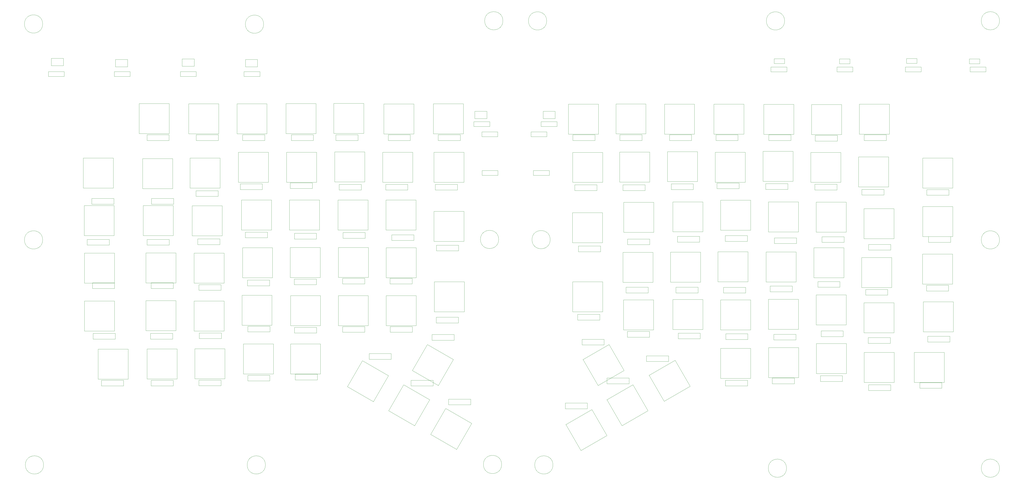
<source format=gbr>
%TF.GenerationSoftware,KiCad,Pcbnew,7.0.1-3b83917a11~172~ubuntu22.04.1*%
%TF.CreationDate,2023-03-31T12:58:08+02:00*%
%TF.ProjectId,Europe-ergo,4575726f-7065-42d6-9572-676f2e6b6963,rev?*%
%TF.SameCoordinates,Original*%
%TF.FileFunction,Other,User*%
%FSLAX46Y46*%
G04 Gerber Fmt 4.6, Leading zero omitted, Abs format (unit mm)*
G04 Created by KiCad (PCBNEW 7.0.1-3b83917a11~172~ubuntu22.04.1) date 2023-03-31 12:58:08*
%MOMM*%
%LPD*%
G01*
G04 APERTURE LIST*
%ADD10C,0.050000*%
G04 APERTURE END LIST*
D10*
%TO.C,D85*%
X425810000Y-170510000D02*
X425810000Y-173010000D01*
X425810000Y-173010000D02*
X435530000Y-173010000D01*
X435530000Y-170510000D02*
X425810000Y-170510000D01*
X435530000Y-173010000D02*
X435530000Y-170510000D01*
%TO.C,D90*%
X152140000Y-190750000D02*
X152140000Y-193250000D01*
X152140000Y-193250000D02*
X161860000Y-193250000D01*
X161860000Y-190750000D02*
X152140000Y-190750000D01*
X161860000Y-193250000D02*
X161860000Y-190750000D01*
%TO.C,D92*%
X266330000Y-190750000D02*
X266330000Y-193250000D01*
X266330000Y-193250000D02*
X276050000Y-193250000D01*
X276050000Y-190750000D02*
X266330000Y-190750000D01*
X276050000Y-193250000D02*
X276050000Y-190750000D01*
%TO.C,H13*%
X306750000Y-32600000D02*
G75*
G03*
X306750000Y-32600000I-4000000J0D01*
G01*
%TO.C,D3*%
X192350000Y-82750000D02*
X192350000Y-85250000D01*
X192350000Y-85250000D02*
X202070000Y-85250000D01*
X202070000Y-82750000D02*
X192350000Y-82750000D01*
X202070000Y-85250000D02*
X202070000Y-82750000D01*
%TO.C,D22*%
X191310000Y-104350000D02*
X191310000Y-106850000D01*
X191310000Y-106850000D02*
X201030000Y-106850000D01*
X201030000Y-104350000D02*
X191310000Y-104350000D01*
X201030000Y-106850000D02*
X201030000Y-104350000D01*
%TO.C,SW41*%
X337300000Y-130220000D02*
X337300000Y-117020000D01*
X350500000Y-130220000D02*
X337300000Y-130220000D01*
X337300000Y-117020000D02*
X350500000Y-117020000D01*
X350500000Y-117020000D02*
X350500000Y-130220000D01*
%TO.C,SW64*%
X149820000Y-155680000D02*
X163020000Y-155680000D01*
X149820000Y-168880000D02*
X149820000Y-155680000D01*
X163020000Y-155680000D02*
X163020000Y-168880000D01*
X163020000Y-168880000D02*
X149820000Y-168880000D01*
%TO.C,SW48*%
X491255000Y-114280000D02*
X504455000Y-114280000D01*
X491255000Y-127480000D02*
X491255000Y-114280000D01*
X504455000Y-114280000D02*
X504455000Y-127480000D01*
X504455000Y-127480000D02*
X491255000Y-127480000D01*
%TO.C,D95*%
X352500000Y-189750000D02*
X352500000Y-192250000D01*
X352500000Y-192250000D02*
X362220000Y-192250000D01*
X362220000Y-189750000D02*
X352500000Y-189750000D01*
X362220000Y-192250000D02*
X362220000Y-189750000D01*
%TO.C,D94*%
X334140000Y-200750000D02*
X334140000Y-203250000D01*
X334140000Y-203250000D02*
X343860000Y-203250000D01*
X343860000Y-200750000D02*
X334140000Y-200750000D01*
X343860000Y-203250000D02*
X343860000Y-200750000D01*
%TO.C,H6*%
X525000000Y-32600000D02*
G75*
G03*
X525000000Y-32600000I-4000000J0D01*
G01*
%TO.C,D42*%
X511730000Y-49390000D02*
X511730000Y-51490000D01*
X511730000Y-51490000D02*
X516320000Y-51490000D01*
X516320000Y-49390000D02*
X511730000Y-49390000D01*
X516320000Y-51490000D02*
X516320000Y-49390000D01*
%TO.C,SW45*%
X423400000Y-112280000D02*
X436600000Y-112280000D01*
X423400000Y-125480000D02*
X423400000Y-112280000D01*
X436600000Y-112280000D02*
X436600000Y-125480000D01*
X436600000Y-125480000D02*
X423400000Y-125480000D01*
%TO.C,SW76*%
X402400000Y-155360000D02*
X415600000Y-155360000D01*
X402400000Y-168560000D02*
X402400000Y-155360000D01*
X415600000Y-155360000D02*
X415600000Y-168560000D01*
X415600000Y-168560000D02*
X402400000Y-168560000D01*
%TO.C,D55*%
X404470000Y-127110000D02*
X404470000Y-129610000D01*
X404470000Y-129610000D02*
X414190000Y-129610000D01*
X414190000Y-127110000D02*
X404470000Y-127110000D01*
X414190000Y-129610000D02*
X414190000Y-127110000D01*
%TO.C,D72*%
X151910000Y-170130000D02*
X151910000Y-172630000D01*
X151910000Y-172630000D02*
X161630000Y-172630000D01*
X161630000Y-170130000D02*
X151910000Y-170130000D01*
X161630000Y-172630000D02*
X161630000Y-170130000D01*
%TO.C,SW83*%
X171400000Y-176900000D02*
X184600000Y-176900000D01*
X171400000Y-190100000D02*
X171400000Y-176900000D01*
X184600000Y-176900000D02*
X184600000Y-190100000D01*
X184600000Y-190100000D02*
X171400000Y-190100000D01*
%TO.C,D44*%
X339950000Y-131670000D02*
X339950000Y-134170000D01*
X339950000Y-134170000D02*
X349670000Y-134170000D01*
X349670000Y-131670000D02*
X339950000Y-131670000D01*
X349670000Y-134170000D02*
X349670000Y-131670000D01*
%TO.C,SW62*%
X491155000Y-135200000D02*
X504355000Y-135200000D01*
X491155000Y-148400000D02*
X491155000Y-135200000D01*
X504355000Y-135200000D02*
X504355000Y-148400000D01*
X504355000Y-148400000D02*
X491155000Y-148400000D01*
%TO.C,R2*%
X135970000Y-54950000D02*
X135970000Y-57050000D01*
X135970000Y-57050000D02*
X142950000Y-57050000D01*
X142950000Y-54950000D02*
X135970000Y-54950000D01*
X142950000Y-57050000D02*
X142950000Y-54950000D01*
%TO.C,SW47*%
X465400000Y-115240000D02*
X478600000Y-115240000D01*
X465400000Y-128440000D02*
X465400000Y-115240000D01*
X478600000Y-115240000D02*
X478600000Y-128440000D01*
X478600000Y-128440000D02*
X465400000Y-128440000D01*
%TO.C,H5*%
X104900000Y-228000000D02*
G75*
G03*
X104900000Y-228000000I-4000000J0D01*
G01*
%TO.C,SW91*%
X370984228Y-188584241D02*
X382415763Y-181984241D01*
X377584228Y-200015777D02*
X370984228Y-188584241D01*
X382415763Y-181984241D02*
X389015763Y-193415777D01*
X389015763Y-193415777D02*
X377584228Y-200015777D01*
%TO.C,SW75*%
X381400000Y-155200000D02*
X394600000Y-155200000D01*
X381400000Y-168400000D02*
X381400000Y-155200000D01*
X394600000Y-155200000D02*
X394600000Y-168400000D01*
X394600000Y-168400000D02*
X381400000Y-168400000D01*
%TO.C,H1*%
X104500000Y-34000000D02*
G75*
G03*
X104500000Y-34000000I-4000000J0D01*
G01*
%TO.C,R14*%
X297510000Y-81450000D02*
X297510000Y-83550000D01*
X297510000Y-83550000D02*
X304490000Y-83550000D01*
X304490000Y-81450000D02*
X297510000Y-81450000D01*
X304490000Y-83550000D02*
X304490000Y-81450000D01*
%TO.C,SW40*%
X276400000Y-129600000D02*
X276400000Y-116400000D01*
X289600000Y-129600000D02*
X276400000Y-129600000D01*
X276400000Y-116400000D02*
X289600000Y-116400000D01*
X289600000Y-116400000D02*
X289600000Y-129600000D01*
%TO.C,D34*%
X150350000Y-128750000D02*
X150350000Y-131250000D01*
X150350000Y-131250000D02*
X160070000Y-131250000D01*
X160070000Y-128750000D02*
X150350000Y-128750000D01*
X160070000Y-131250000D02*
X160070000Y-128750000D01*
%TO.C,SW61*%
X464400000Y-136780000D02*
X477600000Y-136780000D01*
X464400000Y-149980000D02*
X464400000Y-136780000D01*
X477600000Y-136780000D02*
X477600000Y-149980000D01*
X477600000Y-149980000D02*
X464400000Y-149980000D01*
%TO.C,R3*%
X171950000Y-57050000D02*
X171950000Y-54950000D01*
X171950000Y-54950000D02*
X164970000Y-54950000D01*
X164970000Y-57050000D02*
X171950000Y-57050000D01*
X164970000Y-54950000D02*
X164970000Y-57050000D01*
%TO.C,D49*%
X172640000Y-128550000D02*
X172640000Y-131050000D01*
X172640000Y-131050000D02*
X182360000Y-131050000D01*
X182360000Y-128550000D02*
X172640000Y-128550000D01*
X182360000Y-131050000D02*
X182360000Y-128550000D01*
%TO.C,SW13*%
X442400000Y-69400000D02*
X455600000Y-69400000D01*
X442400000Y-82600000D02*
X442400000Y-69400000D01*
X455600000Y-69400000D02*
X455600000Y-82600000D01*
X455600000Y-82600000D02*
X442400000Y-82600000D01*
%TO.C,SW39*%
X255320000Y-111400000D02*
X268520000Y-111400000D01*
X255320000Y-124600000D02*
X255320000Y-111400000D01*
X268520000Y-111400000D02*
X268520000Y-124600000D01*
X268520000Y-124600000D02*
X255320000Y-124600000D01*
%TO.C,SW36*%
X191820000Y-111400000D02*
X205020000Y-111400000D01*
X191820000Y-124600000D02*
X191820000Y-111400000D01*
X205020000Y-111400000D02*
X205020000Y-124600000D01*
X205020000Y-124600000D02*
X191820000Y-124600000D01*
%TO.C,H16*%
X431400000Y-229450000D02*
G75*
G03*
X431400000Y-229450000I-4000000J0D01*
G01*
%TO.C,D83*%
X383750000Y-170010000D02*
X383750000Y-172510000D01*
X383750000Y-172510000D02*
X393470000Y-172510000D01*
X393470000Y-170010000D02*
X383750000Y-170010000D01*
X393470000Y-172510000D02*
X393470000Y-170010000D01*
%TO.C,D102*%
X194610000Y-188550000D02*
X194610000Y-191050000D01*
X194610000Y-191050000D02*
X204330000Y-191050000D01*
X204330000Y-188550000D02*
X194610000Y-188550000D01*
X204330000Y-191050000D02*
X204330000Y-188550000D01*
%TO.C,D5*%
X278330000Y-82750000D02*
X278330000Y-85250000D01*
X278330000Y-85250000D02*
X288050000Y-85250000D01*
X288050000Y-82750000D02*
X278330000Y-82750000D01*
X288050000Y-85250000D02*
X288050000Y-82750000D01*
%TO.C,SW29*%
X421070000Y-90010000D02*
X434270000Y-90010000D01*
X421070000Y-103210000D02*
X421070000Y-90010000D01*
X434270000Y-90010000D02*
X434270000Y-103210000D01*
X434270000Y-103210000D02*
X421070000Y-103210000D01*
%TO.C,D65*%
X194460000Y-146650000D02*
X194460000Y-149150000D01*
X194460000Y-149150000D02*
X204180000Y-149150000D01*
X204180000Y-146650000D02*
X194460000Y-146650000D01*
X204180000Y-149150000D02*
X204180000Y-146650000D01*
%TO.C,SW58*%
X401210000Y-134240000D02*
X414410000Y-134240000D01*
X401210000Y-147440000D02*
X401210000Y-134240000D01*
X414410000Y-134240000D02*
X414410000Y-147440000D01*
X414410000Y-147440000D02*
X401210000Y-147440000D01*
%TO.C,SW60*%
X443400000Y-132440000D02*
X456600000Y-132440000D01*
X443400000Y-145640000D02*
X443400000Y-132440000D01*
X456600000Y-132440000D02*
X456600000Y-145640000D01*
X456600000Y-145640000D02*
X443400000Y-145640000D01*
%TO.C,D99*%
X173150000Y-190650000D02*
X173150000Y-193150000D01*
X173150000Y-193150000D02*
X182870000Y-193150000D01*
X182870000Y-190650000D02*
X173150000Y-190650000D01*
X182870000Y-193150000D02*
X182870000Y-190650000D01*
%TO.C,SW84*%
X192680000Y-174800000D02*
X205880000Y-174800000D01*
X192680000Y-188000000D02*
X192680000Y-174800000D01*
X205880000Y-174800000D02*
X205880000Y-188000000D01*
X205880000Y-188000000D02*
X192680000Y-188000000D01*
%TO.C,H2*%
X525000000Y-229450000D02*
G75*
G03*
X525000000Y-229450000I-4000000J0D01*
G01*
%TO.C,SW6*%
X254400000Y-69200000D02*
X267600000Y-69200000D01*
X254400000Y-82400000D02*
X254400000Y-69200000D01*
X267600000Y-69200000D02*
X267600000Y-82400000D01*
X267600000Y-82400000D02*
X254400000Y-82400000D01*
%TO.C,D50*%
X361500000Y-128590000D02*
X361500000Y-131090000D01*
X361500000Y-131090000D02*
X371220000Y-131090000D01*
X371220000Y-128590000D02*
X361500000Y-128590000D01*
X371220000Y-131090000D02*
X371220000Y-128590000D01*
%TO.C,D38*%
X294400000Y-72400000D02*
X294400000Y-75600000D01*
X294400000Y-75600000D02*
X299690000Y-75600000D01*
X299690000Y-72400000D02*
X294400000Y-72400000D01*
X299690000Y-75600000D02*
X299690000Y-72400000D01*
%TO.C,SW50*%
X149830000Y-134700000D02*
X163030000Y-134700000D01*
X149830000Y-147900000D02*
X149830000Y-134700000D01*
X163030000Y-134700000D02*
X163030000Y-147900000D01*
X163030000Y-147900000D02*
X149830000Y-147900000D01*
%TO.C,D48*%
X257870000Y-126750000D02*
X257870000Y-129250000D01*
X257870000Y-129250000D02*
X267590000Y-129250000D01*
X267590000Y-126750000D02*
X257870000Y-126750000D01*
X267590000Y-129250000D02*
X267590000Y-126750000D01*
%TO.C,SW46*%
X444400000Y-112380000D02*
X457600000Y-112380000D01*
X444400000Y-125580000D02*
X444400000Y-112380000D01*
X457600000Y-112380000D02*
X457600000Y-125580000D01*
X457600000Y-125580000D02*
X444400000Y-125580000D01*
%TO.C,D16*%
X152330000Y-110750000D02*
X152330000Y-113250000D01*
X152330000Y-113250000D02*
X162050000Y-113250000D01*
X162050000Y-110750000D02*
X152330000Y-110750000D01*
X162050000Y-113250000D02*
X162050000Y-110750000D01*
%TO.C,D80*%
X194650000Y-166930000D02*
X194650000Y-169430000D01*
X194650000Y-169430000D02*
X204370000Y-169430000D01*
X204370000Y-166930000D02*
X194650000Y-166930000D01*
X204370000Y-169430000D02*
X204370000Y-166930000D01*
%TO.C,R6*%
X424520000Y-52950000D02*
X424520000Y-55050000D01*
X424520000Y-55050000D02*
X431500000Y-55050000D01*
X431500000Y-52950000D02*
X424520000Y-52950000D01*
X431500000Y-55050000D02*
X431500000Y-52950000D01*
%TO.C,SW96*%
X487470000Y-178480000D02*
X500670000Y-178480000D01*
X487470000Y-191680000D02*
X487470000Y-178480000D01*
X500670000Y-178480000D02*
X500670000Y-191680000D01*
X500670000Y-191680000D02*
X487470000Y-191680000D01*
%TO.C,D93*%
X282839600Y-199034700D02*
X282839600Y-201534700D01*
X282839600Y-201534700D02*
X292559600Y-201534700D01*
X292559600Y-199034700D02*
X282839600Y-199034700D01*
X292559600Y-201534700D02*
X292559600Y-199034700D01*
%TO.C,D23*%
X213250000Y-103890000D02*
X213250000Y-106390000D01*
X213250000Y-106390000D02*
X222970000Y-106390000D01*
X222970000Y-103890000D02*
X213250000Y-103890000D01*
X222970000Y-106390000D02*
X222970000Y-103890000D01*
%TO.C,SW44*%
X402400000Y-111500000D02*
X415600000Y-111500000D01*
X402400000Y-124700000D02*
X402400000Y-111500000D01*
X415600000Y-111500000D02*
X415600000Y-124700000D01*
X415600000Y-124700000D02*
X402400000Y-124700000D01*
%TO.C,D18*%
X338360000Y-104755000D02*
X338360000Y-107255000D01*
X338360000Y-107255000D02*
X348080000Y-107255000D01*
X348080000Y-104755000D02*
X338360000Y-104755000D01*
X348080000Y-107255000D02*
X348080000Y-104755000D01*
%TO.C,SW34*%
X148700000Y-113900000D02*
X161900000Y-113900000D01*
X148700000Y-127100000D02*
X148700000Y-113900000D01*
X161900000Y-113900000D02*
X161900000Y-127100000D01*
X161900000Y-127100000D02*
X148700000Y-127100000D01*
%TO.C,SW22*%
X232800000Y-90300000D02*
X246000000Y-90300000D01*
X232800000Y-103500000D02*
X232800000Y-90300000D01*
X246000000Y-90300000D02*
X246000000Y-103500000D01*
X246000000Y-103500000D02*
X232800000Y-103500000D01*
%TO.C,SW18*%
X148400000Y-93200000D02*
X161600000Y-93200000D01*
X148400000Y-106400000D02*
X148400000Y-93200000D01*
X161600000Y-93200000D02*
X161600000Y-106400000D01*
X161600000Y-106400000D02*
X148400000Y-106400000D01*
%TO.C,D57*%
X126360000Y-147850000D02*
X126360000Y-150350000D01*
X126360000Y-150350000D02*
X136080000Y-150350000D01*
X136080000Y-147850000D02*
X126360000Y-147850000D01*
X136080000Y-150350000D02*
X136080000Y-147850000D01*
%TO.C,SW80*%
X491455000Y-156200000D02*
X504655000Y-156200000D01*
X491455000Y-169400000D02*
X491455000Y-156200000D01*
X504655000Y-156200000D02*
X504655000Y-169400000D01*
X504655000Y-169400000D02*
X491455000Y-169400000D01*
%TO.C,SW17*%
X122360000Y-93000000D02*
X135560000Y-93000000D01*
X122360000Y-106200000D02*
X122360000Y-93000000D01*
X135560000Y-93000000D02*
X135560000Y-106200000D01*
X135560000Y-106200000D02*
X122360000Y-106200000D01*
%TO.C,D59*%
X466140000Y-150790000D02*
X466140000Y-153290000D01*
X466140000Y-153290000D02*
X475860000Y-153290000D01*
X475860000Y-150790000D02*
X466140000Y-150790000D01*
X475860000Y-153290000D02*
X475860000Y-150790000D01*
%TO.C,SW2*%
X168660000Y-69100000D02*
X181860000Y-69100000D01*
X168660000Y-82300000D02*
X168660000Y-69100000D01*
X181860000Y-69100000D02*
X181860000Y-82300000D01*
X181860000Y-82300000D02*
X168660000Y-82300000D01*
%TO.C,D62*%
X236340000Y-145850000D02*
X236340000Y-148350000D01*
X236340000Y-148350000D02*
X246060000Y-148350000D01*
X246060000Y-145850000D02*
X236340000Y-145850000D01*
X246060000Y-148350000D02*
X246060000Y-145850000D01*
%TO.C,D88*%
X361470000Y-169275000D02*
X361470000Y-171775000D01*
X361470000Y-171775000D02*
X371190000Y-171775000D01*
X371190000Y-169275000D02*
X361470000Y-169275000D01*
X371190000Y-171775000D02*
X371190000Y-169275000D01*
%TO.C,SW42*%
X359830000Y-112480000D02*
X373030000Y-112480000D01*
X359830000Y-125680000D02*
X359830000Y-112480000D01*
X373030000Y-112480000D02*
X373030000Y-125680000D01*
X373030000Y-125680000D02*
X359830000Y-125680000D01*
%TO.C,D47*%
X236490000Y-125750000D02*
X236490000Y-128250000D01*
X236490000Y-128250000D02*
X246210000Y-128250000D01*
X246210000Y-125750000D02*
X236490000Y-125750000D01*
X246210000Y-128250000D02*
X246210000Y-125750000D01*
%TO.C,D15*%
X126060000Y-110750000D02*
X126060000Y-113250000D01*
X126060000Y-113250000D02*
X135780000Y-113250000D01*
X135780000Y-110750000D02*
X126060000Y-110750000D01*
X135780000Y-113250000D02*
X135780000Y-110750000D01*
%TO.C,D71*%
X126650000Y-170130000D02*
X126650000Y-172630000D01*
X126650000Y-172630000D02*
X136370000Y-172630000D01*
X136370000Y-170130000D02*
X126650000Y-170130000D01*
X136370000Y-172630000D02*
X136370000Y-170130000D01*
%TO.C,R8*%
X490580000Y-55050000D02*
X490580000Y-52950000D01*
X490580000Y-52950000D02*
X483600000Y-52950000D01*
X483600000Y-55050000D02*
X490580000Y-55050000D01*
X483600000Y-52950000D02*
X483600000Y-55050000D01*
%TO.C,D52*%
X193580000Y-125550000D02*
X193580000Y-128050000D01*
X193580000Y-128050000D02*
X203300000Y-128050000D01*
X203300000Y-125550000D02*
X193580000Y-125550000D01*
X203300000Y-128050000D02*
X203300000Y-125550000D01*
%TO.C,SW9*%
X356400000Y-69140000D02*
X369600000Y-69140000D01*
X356400000Y-82340000D02*
X356400000Y-69140000D01*
X369600000Y-69140000D02*
X369600000Y-82340000D01*
X369600000Y-82340000D02*
X356400000Y-82340000D01*
%TO.C,D20*%
X492995000Y-106815000D02*
X492995000Y-109315000D01*
X492995000Y-109315000D02*
X502715000Y-109315000D01*
X502715000Y-106815000D02*
X492995000Y-106815000D01*
X502715000Y-109315000D02*
X502715000Y-106815000D01*
%TO.C,SW19*%
X169210000Y-92940000D02*
X182410000Y-92940000D01*
X169210000Y-106140000D02*
X169210000Y-92940000D01*
X182410000Y-92940000D02*
X182410000Y-106140000D01*
X182410000Y-106140000D02*
X169210000Y-106140000D01*
%TO.C,H10*%
X326000000Y-32650000D02*
G75*
G03*
X326000000Y-32650000I-4000000J0D01*
G01*
%TO.C,D66*%
X360880000Y-149790000D02*
X360880000Y-152290000D01*
X360880000Y-152290000D02*
X370600000Y-152290000D01*
X370600000Y-149790000D02*
X360880000Y-149790000D01*
X370600000Y-152290000D02*
X370600000Y-149790000D01*
%TO.C,D67*%
X382750000Y-149790000D02*
X382750000Y-152290000D01*
X382750000Y-152290000D02*
X392470000Y-152290000D01*
X392470000Y-149790000D02*
X382750000Y-149790000D01*
X392470000Y-152290000D02*
X392470000Y-149790000D01*
%TO.C,D104*%
X425120000Y-189750000D02*
X425120000Y-192250000D01*
X425120000Y-192250000D02*
X434840000Y-192250000D01*
X434840000Y-189750000D02*
X425120000Y-189750000D01*
X434840000Y-192250000D02*
X434840000Y-189750000D01*
%TO.C,SW70*%
X276580000Y-160600000D02*
X276580000Y-147400000D01*
X289780000Y-160600000D02*
X276580000Y-160600000D01*
X276580000Y-147400000D02*
X289780000Y-147400000D01*
X289780000Y-147400000D02*
X289780000Y-160600000D01*
%TO.C,D73*%
X277470000Y-163030000D02*
X277470000Y-165530000D01*
X277470000Y-165530000D02*
X287190000Y-165530000D01*
X287190000Y-163030000D02*
X277470000Y-163030000D01*
X287190000Y-165530000D02*
X287190000Y-163030000D01*
%TO.C,D86*%
X446570000Y-169010000D02*
X446570000Y-171510000D01*
X446570000Y-171510000D02*
X456290000Y-171510000D01*
X456290000Y-169010000D02*
X446570000Y-169010000D01*
X456290000Y-171510000D02*
X456290000Y-169010000D01*
%TO.C,SW11*%
X399480000Y-69260000D02*
X412680000Y-69260000D01*
X399480000Y-82460000D02*
X399480000Y-69260000D01*
X412680000Y-69260000D02*
X412680000Y-82460000D01*
X412680000Y-82460000D02*
X399480000Y-82460000D01*
%TO.C,D28*%
X400810000Y-103975000D02*
X400810000Y-106475000D01*
X400810000Y-106475000D02*
X410530000Y-106475000D01*
X410530000Y-103975000D02*
X400810000Y-103975000D01*
X410530000Y-106475000D02*
X410530000Y-103975000D01*
%TO.C,R1*%
X106970000Y-54950000D02*
X106970000Y-57050000D01*
X106970000Y-57050000D02*
X113950000Y-57050000D01*
X113950000Y-54950000D02*
X106970000Y-54950000D01*
X113950000Y-57050000D02*
X113950000Y-54950000D01*
%TO.C,SW89*%
X334394228Y-210244241D02*
X345825763Y-203644241D01*
X340994228Y-221675777D02*
X334394228Y-210244241D01*
X345825763Y-203644241D02*
X352425763Y-215075777D01*
X352425763Y-215075777D02*
X340994228Y-221675777D01*
%TO.C,D40*%
X454614700Y-49390000D02*
X454614700Y-51490000D01*
X454614700Y-51490000D02*
X459204700Y-51490000D01*
X459204700Y-49390000D02*
X454614700Y-49390000D01*
X459204700Y-51490000D02*
X459204700Y-49390000D01*
%TO.C,SW94*%
X444470000Y-174580000D02*
X457670000Y-174580000D01*
X444470000Y-187780000D02*
X444470000Y-174580000D01*
X457670000Y-174580000D02*
X457670000Y-187780000D01*
X457670000Y-187780000D02*
X444470000Y-187780000D01*
%TO.C,D30*%
X443810000Y-104490000D02*
X443810000Y-106990000D01*
X443810000Y-106990000D02*
X453530000Y-106990000D01*
X453530000Y-104490000D02*
X443810000Y-104490000D01*
X453530000Y-106990000D02*
X453530000Y-104490000D01*
%TO.C,SW1*%
X146860000Y-69000000D02*
X160060000Y-69000000D01*
X146860000Y-82200000D02*
X146860000Y-69000000D01*
X160060000Y-69000000D02*
X160060000Y-82200000D01*
X160060000Y-82200000D02*
X146860000Y-82200000D01*
%TO.C,H8*%
X430550000Y-32650000D02*
G75*
G03*
X430550000Y-32650000I-4000000J0D01*
G01*
%TO.C,SW53*%
X213240000Y-132340000D02*
X226440000Y-132340000D01*
X213240000Y-145540000D02*
X213240000Y-132340000D01*
X226440000Y-132340000D02*
X226440000Y-145540000D01*
X226440000Y-145540000D02*
X213240000Y-145540000D01*
%TO.C,SW56*%
X359530000Y-134480000D02*
X372730000Y-134480000D01*
X359530000Y-147680000D02*
X359530000Y-134480000D01*
X372730000Y-134480000D02*
X372730000Y-147680000D01*
X372730000Y-147680000D02*
X359530000Y-147680000D01*
%TO.C,D60*%
X492895000Y-148955000D02*
X492895000Y-151455000D01*
X492895000Y-151455000D02*
X502615000Y-151455000D01*
X502615000Y-148955000D02*
X492895000Y-148955000D01*
X502615000Y-151455000D02*
X502615000Y-148955000D01*
%TO.C,SW72*%
X341984228Y-181584241D02*
X353415763Y-174984241D01*
X348584228Y-193015777D02*
X341984228Y-181584241D01*
X353415763Y-174984241D02*
X360015763Y-186415777D01*
X360015763Y-186415777D02*
X348584228Y-193015777D01*
%TO.C,SW78*%
X444400000Y-153200000D02*
X457600000Y-153200000D01*
X444400000Y-166400000D02*
X444400000Y-153200000D01*
X457600000Y-153200000D02*
X457600000Y-166400000D01*
X457600000Y-166400000D02*
X444400000Y-166400000D01*
%TO.C,D63*%
X257140000Y-145850000D02*
X257140000Y-148350000D01*
X257140000Y-148350000D02*
X266860000Y-148350000D01*
X266860000Y-145850000D02*
X257140000Y-145850000D01*
X266860000Y-148350000D02*
X266860000Y-145850000D01*
%TO.C,D51*%
X383470000Y-127450000D02*
X383470000Y-129950000D01*
X383470000Y-129950000D02*
X393190000Y-129950000D01*
X393190000Y-127450000D02*
X383470000Y-127450000D01*
X393190000Y-129950000D02*
X393190000Y-127450000D01*
%TO.C,SW77*%
X423400000Y-155120000D02*
X436600000Y-155120000D01*
X423400000Y-168320000D02*
X423400000Y-155120000D01*
X436600000Y-155120000D02*
X436600000Y-168320000D01*
X436600000Y-168320000D02*
X423400000Y-168320000D01*
%TO.C,SW28*%
X400070000Y-90400000D02*
X413270000Y-90400000D01*
X400070000Y-103600000D02*
X400070000Y-90400000D01*
X413270000Y-90400000D02*
X413270000Y-103600000D01*
X413270000Y-103600000D02*
X400070000Y-103600000D01*
%TO.C,D13*%
X379950000Y-82750000D02*
X379950000Y-85250000D01*
X379950000Y-85250000D02*
X389670000Y-85250000D01*
X389670000Y-82750000D02*
X379950000Y-82750000D01*
X389670000Y-85250000D02*
X389670000Y-82750000D01*
%TO.C,D32*%
X136500000Y-49600000D02*
X136500000Y-52800000D01*
X136500000Y-52800000D02*
X141790000Y-52800000D01*
X141790000Y-49600000D02*
X136500000Y-49600000D01*
X141790000Y-52800000D02*
X141790000Y-49600000D01*
%TO.C,SW95*%
X465470000Y-178480000D02*
X478670000Y-178480000D01*
X465470000Y-191680000D02*
X465470000Y-178480000D01*
X478670000Y-178480000D02*
X478670000Y-191680000D01*
X478670000Y-191680000D02*
X465470000Y-191680000D01*
%TO.C,SW3*%
X189860000Y-69100000D02*
X203060000Y-69100000D01*
X189860000Y-82300000D02*
X189860000Y-69100000D01*
X203060000Y-69100000D02*
X203060000Y-82300000D01*
X203060000Y-82300000D02*
X189860000Y-82300000D01*
%TO.C,D78*%
X493425000Y-171410000D02*
X493425000Y-173910000D01*
X493425000Y-173910000D02*
X503145000Y-173910000D01*
X503145000Y-171410000D02*
X493425000Y-171410000D01*
X503145000Y-173910000D02*
X503145000Y-171410000D01*
%TO.C,D12*%
X233330000Y-82750000D02*
X233330000Y-85250000D01*
X233330000Y-85250000D02*
X243050000Y-85250000D01*
X243050000Y-82750000D02*
X233330000Y-82750000D01*
X243050000Y-85250000D02*
X243050000Y-82750000D01*
%TO.C,D2*%
X171950000Y-82750000D02*
X171950000Y-85250000D01*
X171950000Y-85250000D02*
X181670000Y-85250000D01*
X181670000Y-82750000D02*
X171950000Y-82750000D01*
X181670000Y-85250000D02*
X181670000Y-82750000D01*
%TO.C,SW7*%
X276200000Y-69100000D02*
X289400000Y-69100000D01*
X276200000Y-82300000D02*
X276200000Y-69100000D01*
X289400000Y-69100000D02*
X289400000Y-82300000D01*
X289400000Y-82300000D02*
X276200000Y-82300000D01*
%TO.C,SW55*%
X255400000Y-132400000D02*
X268600000Y-132400000D01*
X255400000Y-145600000D02*
X255400000Y-132400000D01*
X268600000Y-132400000D02*
X268600000Y-145600000D01*
X268600000Y-145600000D02*
X255400000Y-145600000D01*
%TO.C,R9*%
X512060000Y-52950000D02*
X512060000Y-55050000D01*
X512060000Y-55050000D02*
X519040000Y-55050000D01*
X519040000Y-52950000D02*
X512060000Y-52950000D01*
X519040000Y-55050000D02*
X519040000Y-52950000D01*
%TO.C,D87*%
X257230000Y-167130000D02*
X257230000Y-169630000D01*
X257230000Y-169630000D02*
X266950000Y-169630000D01*
X266950000Y-167130000D02*
X257230000Y-167130000D01*
X266950000Y-169630000D02*
X266950000Y-167130000D01*
%TO.C,D53*%
X215090000Y-126090000D02*
X215090000Y-128590000D01*
X215090000Y-128590000D02*
X224810000Y-128590000D01*
X224810000Y-126090000D02*
X215090000Y-126090000D01*
X224810000Y-128590000D02*
X224810000Y-126090000D01*
%TO.C,SW57*%
X380400000Y-134380000D02*
X393600000Y-134380000D01*
X380400000Y-147580000D02*
X380400000Y-134380000D01*
X393600000Y-134380000D02*
X393600000Y-147580000D01*
X393600000Y-147580000D02*
X380400000Y-147580000D01*
%TO.C,R11*%
X327120000Y-100550000D02*
X327120000Y-98450000D01*
X327120000Y-98450000D02*
X320140000Y-98450000D01*
X320140000Y-100550000D02*
X327120000Y-100550000D01*
X320140000Y-98450000D02*
X320140000Y-100550000D01*
%TO.C,H15*%
X306200000Y-227800000D02*
G75*
G03*
X306200000Y-227800000I-4000000J0D01*
G01*
%TO.C,H9*%
X304900000Y-128800000D02*
G75*
G03*
X304900000Y-128800000I-4000000J0D01*
G01*
%TO.C,D46*%
X493805000Y-127550000D02*
X493805000Y-130050000D01*
X493805000Y-130050000D02*
X503525000Y-130050000D01*
X503525000Y-127550000D02*
X493805000Y-127550000D01*
X503525000Y-130050000D02*
X503525000Y-127550000D01*
%TO.C,D4*%
X256330000Y-82750000D02*
X256330000Y-85250000D01*
X256330000Y-85250000D02*
X266050000Y-85250000D01*
X266050000Y-82750000D02*
X256330000Y-82750000D01*
X266050000Y-85250000D02*
X266050000Y-82750000D01*
%TO.C,H7*%
X104500000Y-129000000D02*
G75*
G03*
X104500000Y-129000000I-4000000J0D01*
G01*
%TO.C,D101*%
X446240000Y-188750000D02*
X446240000Y-191250000D01*
X446240000Y-191250000D02*
X455960000Y-191250000D01*
X455960000Y-188750000D02*
X446240000Y-188750000D01*
X455960000Y-191250000D02*
X455960000Y-188750000D01*
%TO.C,D68*%
X403660000Y-149850000D02*
X403660000Y-152350000D01*
X403660000Y-152350000D02*
X413380000Y-152350000D01*
X413380000Y-149850000D02*
X403660000Y-149850000D01*
X413380000Y-152350000D02*
X413380000Y-149850000D01*
%TO.C,H4*%
X525000000Y-129000000D02*
G75*
G03*
X525000000Y-129000000I-4000000J0D01*
G01*
%TO.C,D82*%
X236330000Y-167130000D02*
X236330000Y-169630000D01*
X236330000Y-169630000D02*
X246050000Y-169630000D01*
X246050000Y-167130000D02*
X236330000Y-167130000D01*
X246050000Y-169630000D02*
X246050000Y-167130000D01*
%TO.C,SW14*%
X463400000Y-69240000D02*
X476600000Y-69240000D01*
X463400000Y-82440000D02*
X463400000Y-69240000D01*
X476600000Y-69240000D02*
X476600000Y-82440000D01*
X476600000Y-82440000D02*
X463400000Y-82440000D01*
%TO.C,D19*%
X464510000Y-106755000D02*
X464510000Y-109255000D01*
X464510000Y-109255000D02*
X474230000Y-109255000D01*
X474230000Y-106755000D02*
X464510000Y-106755000D01*
X474230000Y-109255000D02*
X474230000Y-106755000D01*
%TO.C,SW52*%
X192320000Y-132400000D02*
X205520000Y-132400000D01*
X192320000Y-145600000D02*
X192320000Y-132400000D01*
X205520000Y-132400000D02*
X205520000Y-145600000D01*
X205520000Y-145600000D02*
X192320000Y-145600000D01*
%TO.C,D7*%
X465470000Y-82750000D02*
X465470000Y-85250000D01*
X465470000Y-85250000D02*
X475190000Y-85250000D01*
X475190000Y-82750000D02*
X465470000Y-82750000D01*
X475190000Y-85250000D02*
X475190000Y-82750000D01*
%TO.C,D69*%
X424150000Y-149290000D02*
X424150000Y-151790000D01*
X424150000Y-151790000D02*
X433870000Y-151790000D01*
X433870000Y-149290000D02*
X424150000Y-149290000D01*
X433870000Y-151790000D02*
X433870000Y-149290000D01*
%TO.C,D75*%
X341510000Y-172720600D02*
X341510000Y-175220600D01*
X341510000Y-175220600D02*
X351230000Y-175220600D01*
X351230000Y-172720600D02*
X341510000Y-172720600D01*
X351230000Y-175220600D02*
X351230000Y-172720600D01*
%TO.C,D39*%
X425914700Y-49290000D02*
X425914700Y-51390000D01*
X425914700Y-51390000D02*
X430504700Y-51390000D01*
X430504700Y-49290000D02*
X425914700Y-49290000D01*
X430504700Y-51390000D02*
X430504700Y-49290000D01*
%TO.C,SW71*%
X273584228Y-174984241D02*
X285015763Y-181584241D01*
X266984228Y-186415777D02*
X273584228Y-174984241D01*
X285015763Y-181584241D02*
X278415763Y-193015777D01*
X278415763Y-193015777D02*
X266984228Y-186415777D01*
%TO.C,SW67*%
X213400000Y-153520000D02*
X226600000Y-153520000D01*
X213400000Y-166720000D02*
X213400000Y-153520000D01*
X226600000Y-153520000D02*
X226600000Y-166720000D01*
X226600000Y-166720000D02*
X213400000Y-166720000D01*
%TO.C,SW49*%
X122860000Y-134800000D02*
X136060000Y-134800000D01*
X122860000Y-148000000D02*
X122860000Y-134800000D01*
X136060000Y-134800000D02*
X136060000Y-148000000D01*
X136060000Y-148000000D02*
X122860000Y-148000000D01*
%TO.C,SW21*%
X211700000Y-90440000D02*
X224900000Y-90440000D01*
X211700000Y-103640000D02*
X211700000Y-90440000D01*
X224900000Y-90440000D02*
X224900000Y-103640000D01*
X224900000Y-103640000D02*
X211700000Y-103640000D01*
%TO.C,SW82*%
X150400000Y-176980000D02*
X163600000Y-176980000D01*
X150400000Y-190180000D02*
X150400000Y-176980000D01*
X163600000Y-176980000D02*
X163600000Y-190180000D01*
X163600000Y-190180000D02*
X150400000Y-190180000D01*
%TO.C,H14*%
X328750000Y-228000000D02*
G75*
G03*
X328750000Y-228000000I-4000000J0D01*
G01*
%TO.C,D77*%
X467270000Y-171970000D02*
X467270000Y-174470000D01*
X467270000Y-174470000D02*
X476990000Y-174470000D01*
X476990000Y-171970000D02*
X467270000Y-171970000D01*
X476990000Y-174470000D02*
X476990000Y-171970000D01*
%TO.C,D79*%
X173340000Y-169930000D02*
X173340000Y-172430000D01*
X173340000Y-172430000D02*
X183060000Y-172430000D01*
X183060000Y-169930000D02*
X173340000Y-169930000D01*
X183060000Y-172430000D02*
X183060000Y-169930000D01*
%TO.C,SW27*%
X379070000Y-90140000D02*
X392270000Y-90140000D01*
X379070000Y-103340000D02*
X379070000Y-90140000D01*
X392270000Y-90140000D02*
X392270000Y-103340000D01*
X392270000Y-103340000D02*
X379070000Y-103340000D01*
%TO.C,D31*%
X108300000Y-49100000D02*
X108300000Y-52300000D01*
X108300000Y-52300000D02*
X113590000Y-52300000D01*
X113590000Y-49100000D02*
X108300000Y-49100000D01*
X113590000Y-52300000D02*
X113590000Y-49100000D01*
%TO.C,R7*%
X460500000Y-55050000D02*
X460500000Y-52950000D01*
X460500000Y-52950000D02*
X453520000Y-52950000D01*
X453520000Y-55050000D02*
X460500000Y-55050000D01*
X453520000Y-52950000D02*
X453520000Y-55050000D01*
%TO.C,D91*%
X247950000Y-179000000D02*
X247950000Y-181500000D01*
X247950000Y-181500000D02*
X257670000Y-181500000D01*
X257670000Y-179000000D02*
X247950000Y-179000000D01*
X257670000Y-181500000D02*
X257670000Y-179000000D01*
%TO.C,R4*%
X199950000Y-57050000D02*
X199950000Y-54950000D01*
X199950000Y-54950000D02*
X192970000Y-54950000D01*
X192970000Y-57050000D02*
X199950000Y-57050000D01*
X192970000Y-54950000D02*
X192970000Y-57050000D01*
%TO.C,D56*%
X426050000Y-128090000D02*
X426050000Y-130590000D01*
X426050000Y-130590000D02*
X435770000Y-130590000D01*
X435770000Y-128090000D02*
X426050000Y-128090000D01*
X435770000Y-130590000D02*
X435770000Y-128090000D01*
%TO.C,R13*%
X297590000Y-98450000D02*
X297590000Y-100550000D01*
X297590000Y-100550000D02*
X304570000Y-100550000D01*
X304570000Y-98450000D02*
X297590000Y-98450000D01*
X304570000Y-100550000D02*
X304570000Y-98450000D01*
%TO.C,SW32*%
X491255000Y-92940000D02*
X504455000Y-92940000D01*
X491255000Y-106140000D02*
X491255000Y-92940000D01*
X504455000Y-92940000D02*
X504455000Y-106140000D01*
X504455000Y-106140000D02*
X491255000Y-106140000D01*
%TO.C,SW79*%
X465400000Y-156660000D02*
X478600000Y-156660000D01*
X465400000Y-169860000D02*
X465400000Y-156660000D01*
X478600000Y-156660000D02*
X478600000Y-169860000D01*
X478600000Y-169860000D02*
X465400000Y-169860000D01*
%TO.C,D89*%
X130310000Y-190750000D02*
X130310000Y-193250000D01*
X130310000Y-193250000D02*
X140030000Y-193250000D01*
X140030000Y-190750000D02*
X130310000Y-190750000D01*
X140030000Y-193250000D02*
X140030000Y-190750000D01*
%TO.C,SW66*%
X192060000Y-153380000D02*
X205260000Y-153380000D01*
X192060000Y-166580000D02*
X192060000Y-153380000D01*
X205260000Y-153380000D02*
X205260000Y-166580000D01*
X205260000Y-166580000D02*
X192060000Y-166580000D01*
%TO.C,SW63*%
X122860000Y-155880000D02*
X136060000Y-155880000D01*
X122860000Y-169080000D02*
X122860000Y-155880000D01*
X136060000Y-155880000D02*
X136060000Y-169080000D01*
X136060000Y-169080000D02*
X122860000Y-169080000D01*
%TO.C,R12*%
X326040000Y-83550000D02*
X326040000Y-81450000D01*
X326040000Y-81450000D02*
X319060000Y-81450000D01*
X319060000Y-83550000D02*
X326040000Y-83550000D01*
X319060000Y-81450000D02*
X319060000Y-83550000D01*
%TO.C,SW90*%
X352454228Y-199344241D02*
X363885763Y-192744241D01*
X359054228Y-210775777D02*
X352454228Y-199344241D01*
X363885763Y-192744241D02*
X370485763Y-204175777D01*
X370485763Y-204175777D02*
X359054228Y-210775777D01*
%TO.C,SW92*%
X402400000Y-176740000D02*
X415600000Y-176740000D01*
X402400000Y-189940000D02*
X402400000Y-176740000D01*
X415600000Y-176740000D02*
X415600000Y-189940000D01*
X415600000Y-189940000D02*
X402400000Y-189940000D01*
%TO.C,D43*%
X324400000Y-72400000D02*
X324400000Y-75600000D01*
X324400000Y-75600000D02*
X329690000Y-75600000D01*
X329690000Y-72400000D02*
X324400000Y-72400000D01*
X329690000Y-75600000D02*
X329690000Y-72400000D01*
%TO.C,SW87*%
X263124228Y-192704241D02*
X274555763Y-199304241D01*
X256524228Y-204135777D02*
X263124228Y-192704241D01*
X274555763Y-199304241D02*
X267955763Y-210735777D01*
X267955763Y-210735777D02*
X256524228Y-204135777D01*
%TO.C,D81*%
X215140000Y-167470000D02*
X215140000Y-169970000D01*
X215140000Y-169970000D02*
X224860000Y-169970000D01*
X224860000Y-167470000D02*
X215140000Y-167470000D01*
X224860000Y-169970000D02*
X224860000Y-167470000D01*
%TO.C,SW4*%
X211400000Y-69000000D02*
X224600000Y-69000000D01*
X211400000Y-82200000D02*
X211400000Y-69000000D01*
X224600000Y-69000000D02*
X224600000Y-82200000D01*
X224600000Y-82200000D02*
X211400000Y-82200000D01*
%TO.C,SW37*%
X212940000Y-111440000D02*
X226140000Y-111440000D01*
X212940000Y-124640000D02*
X212940000Y-111440000D01*
X226140000Y-111440000D02*
X226140000Y-124640000D01*
X226140000Y-124640000D02*
X212940000Y-124640000D01*
%TO.C,SW33*%
X122720000Y-113900000D02*
X135920000Y-113900000D01*
X122720000Y-127100000D02*
X122720000Y-113900000D01*
X135920000Y-113900000D02*
X135920000Y-127100000D01*
X135920000Y-127100000D02*
X122720000Y-127100000D01*
%TO.C,SW51*%
X171010000Y-134800000D02*
X184210000Y-134800000D01*
X171010000Y-148000000D02*
X171010000Y-134800000D01*
X184210000Y-134800000D02*
X184210000Y-148000000D01*
X184210000Y-148000000D02*
X171010000Y-148000000D01*
%TO.C,SW5*%
X232400000Y-68900000D02*
X245600000Y-68900000D01*
X232400000Y-82100000D02*
X232400000Y-68900000D01*
X245600000Y-68900000D02*
X245600000Y-82100000D01*
X245600000Y-82100000D02*
X232400000Y-82100000D01*
%TO.C,D14*%
X400340000Y-82750000D02*
X400340000Y-85250000D01*
X400340000Y-85250000D02*
X410060000Y-85250000D01*
X410060000Y-82750000D02*
X400340000Y-82750000D01*
X410060000Y-85250000D02*
X410060000Y-82750000D01*
%TO.C,D61*%
X215060000Y-146190000D02*
X215060000Y-148690000D01*
X215060000Y-148690000D02*
X224780000Y-148690000D01*
X224780000Y-146190000D02*
X215060000Y-146190000D01*
X224780000Y-148690000D02*
X224780000Y-146190000D01*
%TO.C,SW12*%
X421400000Y-69340000D02*
X434600000Y-69340000D01*
X421400000Y-82540000D02*
X421400000Y-69340000D01*
X434600000Y-69340000D02*
X434600000Y-82540000D01*
X434600000Y-82540000D02*
X421400000Y-82540000D01*
%TO.C,D96*%
X369810000Y-179990000D02*
X369810000Y-182490000D01*
X369810000Y-182490000D02*
X379530000Y-182490000D01*
X379530000Y-179990000D02*
X369810000Y-179990000D01*
X379530000Y-182490000D02*
X379530000Y-179990000D01*
%TO.C,D35*%
X277510000Y-131290000D02*
X277510000Y-133790000D01*
X277510000Y-133790000D02*
X287230000Y-133790000D01*
X287230000Y-131290000D02*
X277510000Y-131290000D01*
X287230000Y-133790000D02*
X287230000Y-131290000D01*
%TO.C,H11*%
X202400000Y-228000000D02*
G75*
G03*
X202400000Y-228000000I-4000000J0D01*
G01*
%TO.C,SW31*%
X463070000Y-92480000D02*
X476270000Y-92480000D01*
X463070000Y-105680000D02*
X463070000Y-92480000D01*
X476270000Y-92480000D02*
X476270000Y-105680000D01*
X476270000Y-105680000D02*
X463070000Y-105680000D01*
%TO.C,D27*%
X380710000Y-104315000D02*
X380710000Y-106815000D01*
X380710000Y-106815000D02*
X390430000Y-106815000D01*
X390430000Y-104315000D02*
X380710000Y-104315000D01*
X390430000Y-106815000D02*
X390430000Y-104315000D01*
%TO.C,H12*%
X327550000Y-128900000D02*
G75*
G03*
X327550000Y-128900000I-4000000J0D01*
G01*
%TO.C,D45*%
X467450000Y-130950000D02*
X467450000Y-133450000D01*
X467450000Y-133450000D02*
X477170000Y-133450000D01*
X477170000Y-130950000D02*
X467450000Y-130950000D01*
X477170000Y-133450000D02*
X477170000Y-130950000D01*
%TO.C,SW43*%
X381400000Y-112240000D02*
X394600000Y-112240000D01*
X381400000Y-125440000D02*
X381400000Y-112240000D01*
X394600000Y-112240000D02*
X394600000Y-125440000D01*
X394600000Y-125440000D02*
X381400000Y-125440000D01*
%TO.C,D33*%
X124050000Y-128750000D02*
X124050000Y-131250000D01*
X124050000Y-131250000D02*
X133770000Y-131250000D01*
X133770000Y-128750000D02*
X124050000Y-128750000D01*
X133770000Y-131250000D02*
X133770000Y-128750000D01*
%TO.C,D100*%
X215450000Y-188090000D02*
X215450000Y-190590000D01*
X215450000Y-190590000D02*
X225170000Y-190590000D01*
X225170000Y-188090000D02*
X215450000Y-188090000D01*
X225170000Y-190590000D02*
X225170000Y-188090000D01*
%TO.C,D11*%
X213750000Y-82750000D02*
X213750000Y-85250000D01*
X213750000Y-85250000D02*
X223470000Y-85250000D01*
X223470000Y-82750000D02*
X213750000Y-82750000D01*
X223470000Y-85250000D02*
X223470000Y-82750000D01*
%TO.C,SW85*%
X213400000Y-174740000D02*
X226600000Y-174740000D01*
X213400000Y-187940000D02*
X213400000Y-174740000D01*
X226600000Y-174740000D02*
X226600000Y-187940000D01*
X226600000Y-187940000D02*
X213400000Y-187940000D01*
%TO.C,D8*%
X337500000Y-82750000D02*
X337500000Y-85250000D01*
X337500000Y-85250000D02*
X347220000Y-85250000D01*
X347220000Y-82750000D02*
X337500000Y-82750000D01*
X347220000Y-85250000D02*
X347220000Y-82750000D01*
%TO.C,D26*%
X359510000Y-104755000D02*
X359510000Y-107255000D01*
X359510000Y-107255000D02*
X369230000Y-107255000D01*
X369230000Y-104755000D02*
X359510000Y-104755000D01*
X369230000Y-107255000D02*
X369230000Y-104755000D01*
%TO.C,D37*%
X193600000Y-49600000D02*
X193600000Y-52800000D01*
X193600000Y-52800000D02*
X198890000Y-52800000D01*
X198890000Y-49600000D02*
X193600000Y-49600000D01*
X198890000Y-52800000D02*
X198890000Y-49600000D01*
%TO.C,SW8*%
X335530000Y-69240000D02*
X348730000Y-69240000D01*
X335530000Y-82440000D02*
X335530000Y-69240000D01*
X348730000Y-69240000D02*
X348730000Y-82440000D01*
X348730000Y-82440000D02*
X335530000Y-82440000D01*
%TO.C,D17*%
X277030000Y-104550000D02*
X277030000Y-107050000D01*
X277030000Y-107050000D02*
X286750000Y-107050000D01*
X286750000Y-104550000D02*
X277030000Y-104550000D01*
X286750000Y-107050000D02*
X286750000Y-104550000D01*
%TO.C,D9*%
X358140000Y-82750000D02*
X358140000Y-85250000D01*
X358140000Y-85250000D02*
X367860000Y-85250000D01*
X367860000Y-82750000D02*
X358140000Y-82750000D01*
X367860000Y-85250000D02*
X367860000Y-82750000D01*
%TO.C,SW10*%
X377740000Y-69240000D02*
X390940000Y-69240000D01*
X377740000Y-82440000D02*
X377740000Y-69240000D01*
X390940000Y-69240000D02*
X390940000Y-82440000D01*
X390940000Y-82440000D02*
X377740000Y-82440000D01*
%TO.C,D64*%
X173130000Y-148650000D02*
X173130000Y-151150000D01*
X173130000Y-151150000D02*
X182850000Y-151150000D01*
X182850000Y-148650000D02*
X173130000Y-148650000D01*
X182850000Y-151150000D02*
X182850000Y-148650000D01*
%TO.C,D97*%
X467440000Y-192750000D02*
X467440000Y-195250000D01*
X467440000Y-195250000D02*
X477160000Y-195250000D01*
X477160000Y-192750000D02*
X467440000Y-192750000D01*
X477160000Y-195250000D02*
X477160000Y-192750000D01*
%TO.C,SW68*%
X234400000Y-153480000D02*
X247600000Y-153480000D01*
X234400000Y-166680000D02*
X234400000Y-153480000D01*
X247600000Y-153480000D02*
X247600000Y-166680000D01*
X247600000Y-166680000D02*
X234400000Y-166680000D01*
%TO.C,SW26*%
X358070000Y-90380000D02*
X371270000Y-90380000D01*
X358070000Y-103580000D02*
X358070000Y-90380000D01*
X371270000Y-90380000D02*
X371270000Y-103580000D01*
X371270000Y-103580000D02*
X358070000Y-103580000D01*
%TO.C,SW24*%
X276400000Y-90400000D02*
X289600000Y-90400000D01*
X276400000Y-103600000D02*
X276400000Y-90400000D01*
X289600000Y-90400000D02*
X289600000Y-103600000D01*
X289600000Y-103600000D02*
X276400000Y-103600000D01*
%TO.C,D70*%
X445140000Y-147315000D02*
X445140000Y-149815000D01*
X445140000Y-149815000D02*
X454860000Y-149815000D01*
X454860000Y-147315000D02*
X445140000Y-147315000D01*
X454860000Y-149815000D02*
X454860000Y-147315000D01*
%TO.C,D76*%
X339590000Y-161750000D02*
X339590000Y-164250000D01*
X339590000Y-164250000D02*
X349310000Y-164250000D01*
X349310000Y-161750000D02*
X339590000Y-161750000D01*
X349310000Y-164250000D02*
X349310000Y-161750000D01*
%TO.C,SW38*%
X234240000Y-111400000D02*
X247440000Y-111400000D01*
X234240000Y-124600000D02*
X234240000Y-111400000D01*
X247440000Y-111400000D02*
X247440000Y-124600000D01*
X247440000Y-124600000D02*
X234240000Y-124600000D01*
%TO.C,R5*%
X293970000Y-76950000D02*
X293970000Y-79050000D01*
X293970000Y-79050000D02*
X300950000Y-79050000D01*
X300950000Y-76950000D02*
X293970000Y-76950000D01*
X300950000Y-79050000D02*
X300950000Y-76950000D01*
%TO.C,SW35*%
X170210000Y-113940000D02*
X183410000Y-113940000D01*
X170210000Y-127140000D02*
X170210000Y-113940000D01*
X183410000Y-113940000D02*
X183410000Y-127140000D01*
X183410000Y-127140000D02*
X170210000Y-127140000D01*
%TO.C,SW81*%
X128860000Y-177080000D02*
X142060000Y-177080000D01*
X128860000Y-190280000D02*
X128860000Y-177080000D01*
X142060000Y-177080000D02*
X142060000Y-190280000D01*
X142060000Y-190280000D02*
X128860000Y-190280000D01*
%TO.C,H3*%
X201600000Y-34100000D02*
G75*
G03*
X201600000Y-34100000I-4000000J0D01*
G01*
%TO.C,D21*%
X171850000Y-107350000D02*
X171850000Y-109850000D01*
X171850000Y-109850000D02*
X181570000Y-109850000D01*
X181570000Y-107350000D02*
X171850000Y-107350000D01*
X181570000Y-109850000D02*
X181570000Y-107350000D01*
%TO.C,D58*%
X152170000Y-147850000D02*
X152170000Y-150350000D01*
X152170000Y-150350000D02*
X161890000Y-150350000D01*
X161890000Y-147850000D02*
X152170000Y-147850000D01*
X161890000Y-150350000D02*
X161890000Y-147850000D01*
%TO.C,SW20*%
X190480000Y-90400000D02*
X203680000Y-90400000D01*
X190480000Y-103600000D02*
X190480000Y-90400000D01*
X203680000Y-90400000D02*
X203680000Y-103600000D01*
X203680000Y-103600000D02*
X190480000Y-103600000D01*
%TO.C,D103*%
X404570000Y-190750000D02*
X404570000Y-193250000D01*
X404570000Y-193250000D02*
X414290000Y-193250000D01*
X414290000Y-190750000D02*
X404570000Y-190750000D01*
X414290000Y-193250000D02*
X414290000Y-190750000D01*
%TO.C,SW88*%
X281613828Y-203088941D02*
X293045363Y-209688941D01*
X275013828Y-214520477D02*
X281613828Y-203088941D01*
X293045363Y-209688941D02*
X286445363Y-221120477D01*
X286445363Y-221120477D02*
X275013828Y-214520477D01*
%TO.C,D98*%
X489920000Y-191750000D02*
X489920000Y-194250000D01*
X489920000Y-194250000D02*
X499640000Y-194250000D01*
X499640000Y-191750000D02*
X489920000Y-191750000D01*
X499640000Y-194250000D02*
X499640000Y-191750000D01*
%TO.C,SW86*%
X245044228Y-182154241D02*
X256475763Y-188754241D01*
X238444228Y-193585777D02*
X245044228Y-182154241D01*
X256475763Y-188754241D02*
X249875763Y-200185777D01*
X249875763Y-200185777D02*
X238444228Y-193585777D01*
%TO.C,SW23*%
X253900000Y-90400000D02*
X267100000Y-90400000D01*
X253900000Y-103600000D02*
X253900000Y-90400000D01*
X267100000Y-90400000D02*
X267100000Y-103600000D01*
X267100000Y-103600000D02*
X253900000Y-103600000D01*
%TO.C,SW73*%
X337400000Y-160600000D02*
X337400000Y-147400000D01*
X350600000Y-160600000D02*
X337400000Y-160600000D01*
X337400000Y-147400000D02*
X350600000Y-147400000D01*
X350600000Y-147400000D02*
X350600000Y-160600000D01*
%TO.C,SW54*%
X234420000Y-132300000D02*
X247620000Y-132300000D01*
X234420000Y-145500000D02*
X234420000Y-132300000D01*
X247620000Y-132300000D02*
X247620000Y-145500000D01*
X247620000Y-145500000D02*
X234420000Y-145500000D01*
%TO.C,SW69*%
X255400000Y-153480000D02*
X268600000Y-153480000D01*
X255400000Y-166680000D02*
X255400000Y-153480000D01*
X268600000Y-153480000D02*
X268600000Y-166680000D01*
X268600000Y-166680000D02*
X255400000Y-166680000D01*
%TO.C,D54*%
X446970000Y-127590000D02*
X446970000Y-130090000D01*
X446970000Y-130090000D02*
X456690000Y-130090000D01*
X456690000Y-127590000D02*
X446970000Y-127590000D01*
X456690000Y-130090000D02*
X456690000Y-127590000D01*
%TO.C,D10*%
X423600000Y-82750000D02*
X423600000Y-85250000D01*
X423600000Y-85250000D02*
X433320000Y-85250000D01*
X433320000Y-82750000D02*
X423600000Y-82750000D01*
X433320000Y-85250000D02*
X433320000Y-82750000D01*
%TO.C,SW74*%
X359730000Y-155400000D02*
X372930000Y-155400000D01*
X359730000Y-168600000D02*
X359730000Y-155400000D01*
X372930000Y-155400000D02*
X372930000Y-168600000D01*
X372930000Y-168600000D02*
X359730000Y-168600000D01*
%TO.C,D29*%
X422210000Y-104255000D02*
X422210000Y-106755000D01*
X422210000Y-106755000D02*
X431930000Y-106755000D01*
X431930000Y-104255000D02*
X422210000Y-104255000D01*
X431930000Y-106755000D02*
X431930000Y-104255000D01*
%TO.C,D25*%
X255230000Y-104550000D02*
X255230000Y-107050000D01*
X255230000Y-107050000D02*
X264950000Y-107050000D01*
X264950000Y-104550000D02*
X255230000Y-104550000D01*
X264950000Y-107050000D02*
X264950000Y-104550000D01*
%TO.C,SW93*%
X423470000Y-176380000D02*
X436670000Y-176380000D01*
X423470000Y-189580000D02*
X423470000Y-176380000D01*
X436670000Y-176380000D02*
X436670000Y-189580000D01*
X436670000Y-189580000D02*
X423470000Y-189580000D01*
%TO.C,D1*%
X150330000Y-82750000D02*
X150330000Y-85250000D01*
X150330000Y-85250000D02*
X160050000Y-85250000D01*
X160050000Y-82750000D02*
X150330000Y-82750000D01*
X160050000Y-85250000D02*
X160050000Y-82750000D01*
%TO.C,D24*%
X234750000Y-104550000D02*
X234750000Y-107050000D01*
X234750000Y-107050000D02*
X244470000Y-107050000D01*
X244470000Y-104550000D02*
X234750000Y-104550000D01*
X244470000Y-107050000D02*
X244470000Y-104550000D01*
%TO.C,SW65*%
X171060000Y-155880000D02*
X184260000Y-155880000D01*
X171060000Y-169080000D02*
X171060000Y-155880000D01*
X184260000Y-155880000D02*
X184260000Y-169080000D01*
X184260000Y-169080000D02*
X171060000Y-169080000D01*
%TO.C,D6*%
X444000000Y-83010000D02*
X444000000Y-85510000D01*
X444000000Y-85510000D02*
X453720000Y-85510000D01*
X453720000Y-83010000D02*
X444000000Y-83010000D01*
X453720000Y-85510000D02*
X453720000Y-83010000D01*
%TO.C,D74*%
X275610000Y-170630000D02*
X275610000Y-173130000D01*
X275610000Y-173130000D02*
X285330000Y-173130000D01*
X285330000Y-170630000D02*
X275610000Y-170630000D01*
X285330000Y-173130000D02*
X285330000Y-170630000D01*
%TO.C,D36*%
X165800000Y-49400000D02*
X165800000Y-52600000D01*
X165800000Y-52600000D02*
X171090000Y-52600000D01*
X171090000Y-49400000D02*
X165800000Y-49400000D01*
X171090000Y-52600000D02*
X171090000Y-49400000D01*
%TO.C,SW30*%
X442070000Y-90480000D02*
X455270000Y-90480000D01*
X442070000Y-103680000D02*
X442070000Y-90480000D01*
X455270000Y-90480000D02*
X455270000Y-103680000D01*
X455270000Y-103680000D02*
X442070000Y-103680000D01*
%TO.C,D41*%
X484114700Y-49190000D02*
X484114700Y-51290000D01*
X484114700Y-51290000D02*
X488704700Y-51290000D01*
X488704700Y-49190000D02*
X484114700Y-49190000D01*
X488704700Y-51290000D02*
X488704700Y-49190000D01*
%TO.C,D84*%
X404670000Y-170270000D02*
X404670000Y-172770000D01*
X404670000Y-172770000D02*
X414390000Y-172770000D01*
X414390000Y-170270000D02*
X404670000Y-170270000D01*
X414390000Y-172770000D02*
X414390000Y-170270000D01*
%TO.C,SW59*%
X422400000Y-134280000D02*
X435600000Y-134280000D01*
X422400000Y-147480000D02*
X422400000Y-134280000D01*
X435600000Y-134280000D02*
X435600000Y-147480000D01*
X435600000Y-147480000D02*
X422400000Y-147480000D01*
%TO.C,R10*%
X323510000Y-76950000D02*
X323510000Y-79050000D01*
X323510000Y-79050000D02*
X330490000Y-79050000D01*
X330490000Y-76950000D02*
X323510000Y-76950000D01*
X330490000Y-79050000D02*
X330490000Y-76950000D01*
%TO.C,SW25*%
X337400000Y-90480000D02*
X350600000Y-90480000D01*
X337400000Y-103680000D02*
X337400000Y-90480000D01*
X350600000Y-90480000D02*
X350600000Y-103680000D01*
X350600000Y-103680000D02*
X337400000Y-103680000D01*
%TD*%
M02*

</source>
